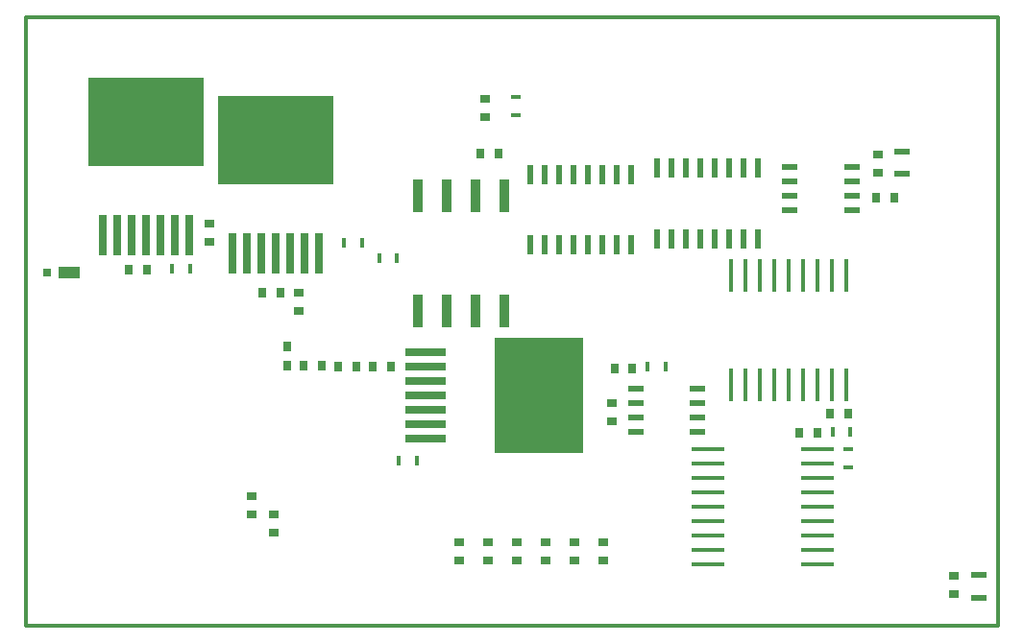
<source format=gbr>
G04 EasyPC Gerber Version 21.0.3 Build 4286 *
G04 #@! TF.Part,Single*
G04 #@! TF.FileFunction,Paste,Top *
G04 #@! TF.FilePolarity,Positive *
%FSLAX35Y35*%
%MOIN*%
G04 #@! TA.AperFunction,SMDPad*
%ADD136R,0.01726X0.03301*%
%ADD125R,0.01765X0.11411*%
%ADD128R,0.02159X0.06883*%
%ADD137R,0.02750X0.03537*%
%ADD133R,0.02750X0.14167*%
%ADD127R,0.03143X0.03537*%
%ADD135R,0.03537X0.11411*%
%ADD132R,0.31096X0.39954*%
%ADD139R,0.02750X0.02750*%
G04 #@! TD.AperFunction*
%ADD91C,0.01200*%
G04 #@! TA.AperFunction,SMDPad*
%ADD126R,0.03301X0.01726*%
%ADD124R,0.11411X0.01765*%
%ADD130R,0.05387X0.02041*%
%ADD129R,0.05702X0.02356*%
%ADD131R,0.14167X0.02750*%
%ADD123R,0.03537X0.03143*%
%ADD138R,0.07474X0.03931*%
%ADD134R,0.39954X0.31096*%
X0Y0D02*
D02*
D91*
X600Y600D02*
X338013D01*
Y212100*
X600*
Y600*
D02*
D123*
X64350Y133912D03*
Y140211D03*
X78714Y39267D03*
Y45566D03*
X86509Y33125D03*
Y39424D03*
X95250Y110162D03*
Y116461D03*
X150850Y23412D03*
Y29711D03*
X159850Y177412D03*
Y183711D03*
X160850Y23412D03*
Y29711D03*
X170850Y23412D03*
Y29711D03*
X180850Y23412D03*
Y29711D03*
X190850Y23412D03*
Y29711D03*
X200850Y23412D03*
Y29711D03*
X203911Y71629D03*
Y77928D03*
X296350Y157912D03*
Y164211D03*
X322600Y11662D03*
Y17961D03*
D02*
D124*
X237350Y22062D03*
Y27062D03*
Y32062D03*
Y37062D03*
Y42062D03*
Y47062D03*
Y52062D03*
Y57062D03*
Y62062D03*
X275145Y22062D03*
Y27062D03*
Y32062D03*
Y37062D03*
Y42062D03*
Y47062D03*
Y52062D03*
Y57062D03*
Y62062D03*
D02*
D125*
X245100Y84463D03*
Y122259D03*
X250100Y84463D03*
Y122259D03*
X255100Y84463D03*
Y122259D03*
X260100Y84463D03*
Y122259D03*
X265100Y84463D03*
Y122259D03*
X270100Y84463D03*
Y122259D03*
X275100Y84463D03*
Y122259D03*
X280100Y84463D03*
Y122259D03*
X285100Y84463D03*
Y122259D03*
D02*
D126*
X170600Y177912D03*
Y184211D03*
X285880Y55802D03*
Y62101D03*
D02*
D127*
X36200Y124312D03*
X42500D03*
X82651Y116353D03*
X88950D03*
X96950Y91062D03*
X103250D03*
X108950Y90812D03*
X115250D03*
X120950D03*
X127250D03*
X158242Y164778D03*
X164541D03*
X204700Y90062D03*
X211000D03*
X268793Y67692D03*
X275092D03*
X279659Y74306D03*
X285958D03*
X295450Y149312D03*
X301750D03*
D02*
D128*
X175545Y132869D03*
Y157475D03*
X180545Y132869D03*
Y157475D03*
X185545Y132869D03*
Y157475D03*
X190545Y132869D03*
Y157475D03*
X195545Y132869D03*
Y157475D03*
X200545Y132869D03*
Y157475D03*
X205545Y132869D03*
Y157475D03*
X210545Y132869D03*
Y157475D03*
X219600Y135009D03*
Y159615D03*
X224600Y135009D03*
Y159615D03*
X229600Y135009D03*
Y159615D03*
X234600Y135009D03*
Y159615D03*
X239600Y135009D03*
Y159615D03*
X244600Y135009D03*
Y159615D03*
X249600Y135009D03*
Y159615D03*
X254600Y135009D03*
Y159615D03*
D02*
D129*
X212080Y67987D03*
Y72987D03*
Y77987D03*
Y82987D03*
X233537Y67987D03*
Y72987D03*
Y77987D03*
Y82987D03*
X265622Y145062D03*
Y150062D03*
Y155062D03*
Y160062D03*
X287078Y145062D03*
Y150062D03*
Y155062D03*
Y160062D03*
D02*
D130*
X304600Y157625D03*
Y165499D03*
X331350Y10375D03*
Y18249D03*
D02*
D131*
X139265Y65684D03*
Y70684D03*
Y75684D03*
Y80684D03*
Y85684D03*
Y90684D03*
Y95684D03*
D02*
D132*
X178635Y80684D03*
D02*
D133*
X27350Y136274D03*
X32350D03*
X37350D03*
X42350D03*
X47350D03*
X52350D03*
X57350D03*
X72100Y129896D03*
X77100D03*
X82100D03*
X87100D03*
X92100D03*
X97100D03*
X102100D03*
D02*
D134*
X42350Y175644D03*
X87100Y169267D03*
D02*
D135*
X136391Y109896D03*
Y149896D03*
X146391Y109896D03*
Y149896D03*
X156391Y109896D03*
Y149896D03*
X166391Y109896D03*
Y149896D03*
D02*
D136*
X51200Y124562D03*
X57500D03*
X110950Y133812D03*
X117250D03*
X123045Y128400D03*
X129344D03*
X129950Y58062D03*
X136250D03*
X216200Y90562D03*
X222500D03*
X280368Y67928D03*
X286667D03*
D02*
D137*
X91350Y90965D03*
Y97658D03*
D02*
D138*
X15368Y123440D03*
D02*
D139*
X7887D03*
X0Y0D02*
M02*

</source>
